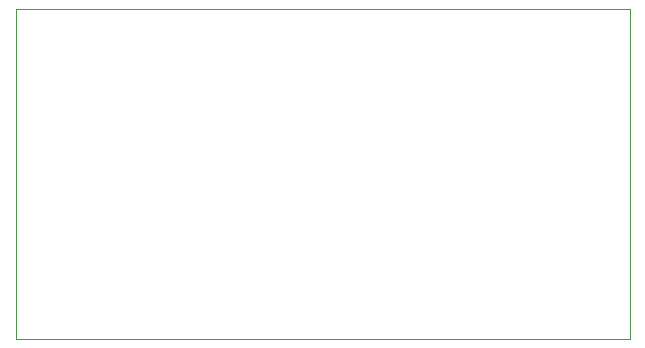
<source format=gbr>
%TF.GenerationSoftware,KiCad,Pcbnew,7.0.6*%
%TF.CreationDate,2023-09-06T23:30:33+02:00*%
%TF.ProjectId,atari_2600_av_mod,61746172-695f-4323-9630-305f61765f6d,1*%
%TF.SameCoordinates,Original*%
%TF.FileFunction,Profile,NP*%
%FSLAX46Y46*%
G04 Gerber Fmt 4.6, Leading zero omitted, Abs format (unit mm)*
G04 Created by KiCad (PCBNEW 7.0.6) date 2023-09-06 23:30:33*
%MOMM*%
%LPD*%
G01*
G04 APERTURE LIST*
%TA.AperFunction,Profile*%
%ADD10C,0.050000*%
%TD*%
G04 APERTURE END LIST*
D10*
X13940000Y-13940000D02*
X65940000Y-13940000D01*
X65940000Y-41940000D01*
X13940000Y-41940000D01*
X13940000Y-13940000D01*
M02*

</source>
